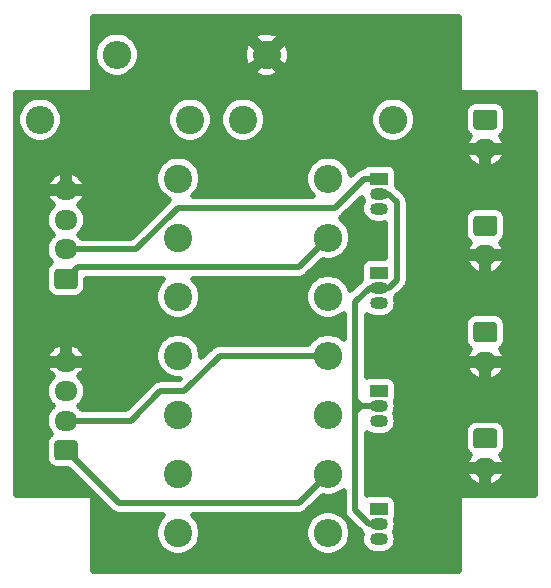
<source format=gbr>
%TF.GenerationSoftware,KiCad,Pcbnew,5.1.10-88a1d61d58~90~ubuntu20.04.1*%
%TF.CreationDate,2022-01-16T22:12:24+00:00*%
%TF.ProjectId,level_shifter,6c657665-6c5f-4736-9869-667465722e6b,rev?*%
%TF.SameCoordinates,Original*%
%TF.FileFunction,Copper,L2,Bot*%
%TF.FilePolarity,Positive*%
%FSLAX46Y46*%
G04 Gerber Fmt 4.6, Leading zero omitted, Abs format (unit mm)*
G04 Created by KiCad (PCBNEW 5.1.10-88a1d61d58~90~ubuntu20.04.1) date 2022-01-16 22:12:24*
%MOMM*%
%LPD*%
G01*
G04 APERTURE LIST*
%TA.AperFunction,ComponentPad*%
%ADD10O,2.400000X2.400000*%
%TD*%
%TA.AperFunction,ComponentPad*%
%ADD11C,2.400000*%
%TD*%
%TA.AperFunction,ComponentPad*%
%ADD12R,1.500000X1.050000*%
%TD*%
%TA.AperFunction,ComponentPad*%
%ADD13O,1.500000X1.050000*%
%TD*%
%TA.AperFunction,ComponentPad*%
%ADD14O,2.000000X1.700000*%
%TD*%
%TA.AperFunction,ComponentPad*%
%ADD15O,1.950000X1.700000*%
%TD*%
%TA.AperFunction,Conductor*%
%ADD16C,0.500000*%
%TD*%
%TA.AperFunction,Conductor*%
%ADD17C,0.100000*%
%TD*%
G04 APERTURE END LIST*
D10*
%TO.P,R10,2*%
%TO.N,d4_h*%
X136700000Y-105500000D03*
D11*
%TO.P,R10,1*%
%TO.N,+5V*%
X124000000Y-105500000D03*
%TD*%
D10*
%TO.P,R9,2*%
%TO.N,d3_h*%
X136700000Y-95500000D03*
D11*
%TO.P,R9,1*%
%TO.N,+5V*%
X124000000Y-95500000D03*
%TD*%
D10*
%TO.P,R8,2*%
%TO.N,d2_h*%
X136700000Y-85500000D03*
D11*
%TO.P,R8,1*%
%TO.N,+5V*%
X124000000Y-85500000D03*
%TD*%
D10*
%TO.P,R7,2*%
%TO.N,d1_h*%
X136700000Y-75500000D03*
D11*
%TO.P,R7,1*%
%TO.N,+5V*%
X124000000Y-75500000D03*
%TD*%
D10*
%TO.P,R6,2*%
%TO.N,d4_l*%
X136700000Y-100500000D03*
D11*
%TO.P,R6,1*%
%TO.N,+3V3*%
X124000000Y-100500000D03*
%TD*%
D10*
%TO.P,R5,2*%
%TO.N,d3_l*%
X136700000Y-90500000D03*
D11*
%TO.P,R5,1*%
%TO.N,+3V3*%
X124000000Y-90500000D03*
%TD*%
D10*
%TO.P,R4,2*%
%TO.N,d2_l*%
X136700000Y-80500000D03*
D11*
%TO.P,R4,1*%
%TO.N,+3V3*%
X124000000Y-80500000D03*
%TD*%
D10*
%TO.P,R3,2*%
%TO.N,d1_l*%
X142200000Y-70500000D03*
D11*
%TO.P,R3,1*%
%TO.N,+3V3*%
X129500000Y-70500000D03*
%TD*%
D10*
%TO.P,R2,2*%
%TO.N,+3V3*%
X118800000Y-65000000D03*
D11*
%TO.P,R2,1*%
%TO.N,GND*%
X131500000Y-65000000D03*
%TD*%
D10*
%TO.P,R1,2*%
%TO.N,+5V*%
X112300000Y-70500000D03*
D11*
%TO.P,R1,1*%
%TO.N,+3V3*%
X125000000Y-70500000D03*
%TD*%
D12*
%TO.P,Q4,1*%
%TO.N,d4_l*%
X141000000Y-103500000D03*
D13*
%TO.P,Q4,3*%
%TO.N,d4_h*%
X141000000Y-106040000D03*
%TO.P,Q4,2*%
%TO.N,+3V3*%
X141000000Y-104770000D03*
%TD*%
D12*
%TO.P,Q3,1*%
%TO.N,d3_l*%
X141000000Y-93500000D03*
D13*
%TO.P,Q3,3*%
%TO.N,d3_h*%
X141000000Y-96040000D03*
%TO.P,Q3,2*%
%TO.N,+3V3*%
X141000000Y-94770000D03*
%TD*%
D12*
%TO.P,Q2,1*%
%TO.N,d2_l*%
X141000000Y-83500000D03*
D13*
%TO.P,Q2,3*%
%TO.N,d2_h*%
X141000000Y-86040000D03*
%TO.P,Q2,2*%
%TO.N,+3V3*%
X141000000Y-84770000D03*
%TD*%
D12*
%TO.P,Q1,1*%
%TO.N,d1_l*%
X141000000Y-75500000D03*
D13*
%TO.P,Q1,3*%
%TO.N,d1_h*%
X141000000Y-78040000D03*
%TO.P,Q1,2*%
%TO.N,+3V3*%
X141000000Y-76770000D03*
%TD*%
D14*
%TO.P,J6,2*%
%TO.N,GND*%
X150000000Y-100000000D03*
%TO.P,J6,1*%
%TO.N,d4_h*%
%TA.AperFunction,ComponentPad*%
G36*
G01*
X149250000Y-96650000D02*
X150750000Y-96650000D01*
G75*
G02*
X151000000Y-96900000I0J-250000D01*
G01*
X151000000Y-98100000D01*
G75*
G02*
X150750000Y-98350000I-250000J0D01*
G01*
X149250000Y-98350000D01*
G75*
G02*
X149000000Y-98100000I0J250000D01*
G01*
X149000000Y-96900000D01*
G75*
G02*
X149250000Y-96650000I250000J0D01*
G01*
G37*
%TD.AperFunction*%
%TD*%
%TO.P,J5,2*%
%TO.N,GND*%
X150000000Y-91000000D03*
%TO.P,J5,1*%
%TO.N,d3_h*%
%TA.AperFunction,ComponentPad*%
G36*
G01*
X149250000Y-87650000D02*
X150750000Y-87650000D01*
G75*
G02*
X151000000Y-87900000I0J-250000D01*
G01*
X151000000Y-89100000D01*
G75*
G02*
X150750000Y-89350000I-250000J0D01*
G01*
X149250000Y-89350000D01*
G75*
G02*
X149000000Y-89100000I0J250000D01*
G01*
X149000000Y-87900000D01*
G75*
G02*
X149250000Y-87650000I250000J0D01*
G01*
G37*
%TD.AperFunction*%
%TD*%
%TO.P,J4,2*%
%TO.N,GND*%
X150000000Y-82000000D03*
%TO.P,J4,1*%
%TO.N,d2_h*%
%TA.AperFunction,ComponentPad*%
G36*
G01*
X149250000Y-78650000D02*
X150750000Y-78650000D01*
G75*
G02*
X151000000Y-78900000I0J-250000D01*
G01*
X151000000Y-80100000D01*
G75*
G02*
X150750000Y-80350000I-250000J0D01*
G01*
X149250000Y-80350000D01*
G75*
G02*
X149000000Y-80100000I0J250000D01*
G01*
X149000000Y-78900000D01*
G75*
G02*
X149250000Y-78650000I250000J0D01*
G01*
G37*
%TD.AperFunction*%
%TD*%
%TO.P,J3,2*%
%TO.N,GND*%
X150000000Y-73000000D03*
%TO.P,J3,1*%
%TO.N,d1_h*%
%TA.AperFunction,ComponentPad*%
G36*
G01*
X149250000Y-69650000D02*
X150750000Y-69650000D01*
G75*
G02*
X151000000Y-69900000I0J-250000D01*
G01*
X151000000Y-71100000D01*
G75*
G02*
X150750000Y-71350000I-250000J0D01*
G01*
X149250000Y-71350000D01*
G75*
G02*
X149000000Y-71100000I0J250000D01*
G01*
X149000000Y-69900000D01*
G75*
G02*
X149250000Y-69650000I250000J0D01*
G01*
G37*
%TD.AperFunction*%
%TD*%
D15*
%TO.P,J2,4*%
%TO.N,GND*%
X114500000Y-91000000D03*
%TO.P,J2,3*%
%TO.N,+5V*%
X114500000Y-93500000D03*
%TO.P,J2,2*%
%TO.N,d3_l*%
X114500000Y-96000000D03*
%TO.P,J2,1*%
%TO.N,d4_l*%
%TA.AperFunction,ComponentPad*%
G36*
G01*
X115225000Y-99350000D02*
X113775000Y-99350000D01*
G75*
G02*
X113525000Y-99100000I0J250000D01*
G01*
X113525000Y-97900000D01*
G75*
G02*
X113775000Y-97650000I250000J0D01*
G01*
X115225000Y-97650000D01*
G75*
G02*
X115475000Y-97900000I0J-250000D01*
G01*
X115475000Y-99100000D01*
G75*
G02*
X115225000Y-99350000I-250000J0D01*
G01*
G37*
%TD.AperFunction*%
%TD*%
%TO.P,J1,4*%
%TO.N,GND*%
X114500000Y-76500000D03*
%TO.P,J1,3*%
%TO.N,+5V*%
X114500000Y-79000000D03*
%TO.P,J1,2*%
%TO.N,d1_l*%
X114500000Y-81500000D03*
%TO.P,J1,1*%
%TO.N,d2_l*%
%TA.AperFunction,ComponentPad*%
G36*
G01*
X115225000Y-84850000D02*
X113775000Y-84850000D01*
G75*
G02*
X113525000Y-84600000I0J250000D01*
G01*
X113525000Y-83400000D01*
G75*
G02*
X113775000Y-83150000I250000J0D01*
G01*
X115225000Y-83150000D01*
G75*
G02*
X115475000Y-83400000I0J-250000D01*
G01*
X115475000Y-84600000D01*
G75*
G02*
X115225000Y-84850000I-250000J0D01*
G01*
G37*
%TD.AperFunction*%
%TD*%
D16*
%TO.N,d2_l*%
X134200000Y-83000000D02*
X136700000Y-80500000D01*
X115500000Y-83000000D02*
X134200000Y-83000000D01*
X114500000Y-84000000D02*
X115500000Y-83000000D01*
%TO.N,d1_l*%
X139750000Y-75500000D02*
X141000000Y-75500000D01*
X137250000Y-78000000D02*
X139750000Y-75500000D01*
X123942002Y-78000000D02*
X137250000Y-78000000D01*
X120442002Y-81500000D02*
X123942002Y-78000000D01*
X114500000Y-81500000D02*
X120442002Y-81500000D01*
%TO.N,d4_l*%
X134200000Y-103000000D02*
X136700000Y-100500000D01*
X119000000Y-103000000D02*
X134200000Y-103000000D01*
X114500000Y-98500000D02*
X119000000Y-103000000D01*
%TO.N,d3_l*%
X127500000Y-90500000D02*
X136700000Y-90500000D01*
X124500000Y-93500000D02*
X127500000Y-90500000D01*
X122500000Y-93500000D02*
X124500000Y-93500000D01*
X120000000Y-96000000D02*
X122500000Y-93500000D01*
X114500000Y-96000000D02*
X120000000Y-96000000D01*
%TO.N,+3V3*%
X141770000Y-76770000D02*
X141000000Y-76770000D01*
X142500000Y-77500000D02*
X141770000Y-76770000D01*
X142500000Y-84085002D02*
X142500000Y-77500000D01*
X141815002Y-84770000D02*
X142500000Y-84085002D01*
X141000000Y-84770000D02*
X141815002Y-84770000D01*
X141000000Y-94770000D02*
X139730000Y-94770000D01*
X140198064Y-84770000D02*
X141000000Y-84770000D01*
X139000000Y-85968064D02*
X140198064Y-84770000D01*
X140184998Y-104770000D02*
X139000000Y-103585002D01*
X141000000Y-104770000D02*
X140184998Y-104770000D01*
X139770000Y-94770000D02*
X139000000Y-94770000D01*
X141000000Y-94770000D02*
X139770000Y-94770000D01*
X139000000Y-94000000D02*
X139000000Y-85968064D01*
X139770000Y-94770000D02*
X139730000Y-94770000D01*
X139000000Y-95500000D02*
X139000000Y-94000000D01*
X139000000Y-103585002D02*
X139000000Y-95500000D01*
X139000000Y-94230000D02*
X139500000Y-94730000D01*
X139500000Y-94730000D02*
X139000000Y-95230000D01*
%TD*%
%TO.N,GND*%
X147750000Y-68000000D02*
X147754804Y-68048773D01*
X147769030Y-68095671D01*
X147792133Y-68138893D01*
X147823223Y-68176777D01*
X147861107Y-68207867D01*
X147904329Y-68230970D01*
X147951227Y-68245196D01*
X148000000Y-68250000D01*
X154225000Y-68250000D01*
X154225001Y-102250000D01*
X148000000Y-102250000D01*
X147951227Y-102254804D01*
X147904329Y-102269030D01*
X147861107Y-102292133D01*
X147823223Y-102323223D01*
X147792133Y-102361107D01*
X147769030Y-102404329D01*
X147754804Y-102451227D01*
X147750000Y-102500000D01*
X147750000Y-108725000D01*
X116750000Y-108725000D01*
X116750000Y-102500000D01*
X116745196Y-102451227D01*
X116730970Y-102404329D01*
X116707867Y-102361107D01*
X116676777Y-102323223D01*
X116638893Y-102292133D01*
X116595671Y-102269030D01*
X116548773Y-102254804D01*
X116500000Y-102250000D01*
X110275000Y-102250000D01*
X110275000Y-90505857D01*
X112853217Y-90505857D01*
X112984800Y-90750000D01*
X114250000Y-90750000D01*
X114250000Y-89597291D01*
X114750000Y-89597291D01*
X114750000Y-90750000D01*
X116015200Y-90750000D01*
X116146783Y-90505857D01*
X116121471Y-90447762D01*
X115984980Y-90166426D01*
X115796226Y-89917124D01*
X115562463Y-89709436D01*
X115292673Y-89551344D01*
X114997225Y-89448923D01*
X114750000Y-89597291D01*
X114250000Y-89597291D01*
X114002775Y-89448923D01*
X113707327Y-89551344D01*
X113437537Y-89709436D01*
X113203774Y-89917124D01*
X113015020Y-90166426D01*
X112878529Y-90447762D01*
X112853217Y-90505857D01*
X110275000Y-90505857D01*
X110275000Y-79000000D01*
X112767259Y-79000000D01*
X112798151Y-79313655D01*
X112889641Y-79615256D01*
X113038212Y-79893213D01*
X113238155Y-80136845D01*
X113376035Y-80250000D01*
X113238155Y-80363155D01*
X113038212Y-80606787D01*
X112889641Y-80884744D01*
X112798151Y-81186345D01*
X112767259Y-81500000D01*
X112798151Y-81813655D01*
X112889641Y-82115256D01*
X113038212Y-82393213D01*
X113194828Y-82584050D01*
X113065328Y-82690328D01*
X112940514Y-82842414D01*
X112847769Y-83015928D01*
X112790656Y-83204202D01*
X112771372Y-83400000D01*
X112771372Y-84600000D01*
X112790656Y-84795798D01*
X112847769Y-84984072D01*
X112940514Y-85157586D01*
X113065328Y-85309672D01*
X113217414Y-85434486D01*
X113390928Y-85527231D01*
X113579202Y-85584344D01*
X113775000Y-85603628D01*
X115225000Y-85603628D01*
X115420798Y-85584344D01*
X115609072Y-85527231D01*
X115782586Y-85434486D01*
X115934672Y-85309672D01*
X116059486Y-85157586D01*
X116152231Y-84984072D01*
X116209344Y-84795798D01*
X116228628Y-84600000D01*
X116228628Y-84000000D01*
X122742284Y-84000000D01*
X122485336Y-84256948D01*
X122271933Y-84576329D01*
X122124938Y-84931206D01*
X122050000Y-85307942D01*
X122050000Y-85692058D01*
X122124938Y-86068794D01*
X122271933Y-86423671D01*
X122485336Y-86743052D01*
X122756948Y-87014664D01*
X123076329Y-87228067D01*
X123431206Y-87375062D01*
X123807942Y-87450000D01*
X124192058Y-87450000D01*
X124568794Y-87375062D01*
X124923671Y-87228067D01*
X125243052Y-87014664D01*
X125514664Y-86743052D01*
X125728067Y-86423671D01*
X125875062Y-86068794D01*
X125950000Y-85692058D01*
X125950000Y-85307942D01*
X125875062Y-84931206D01*
X125728067Y-84576329D01*
X125514664Y-84256948D01*
X125257716Y-84000000D01*
X134150880Y-84000000D01*
X134200000Y-84004838D01*
X134249120Y-84000000D01*
X134396034Y-83985530D01*
X134584535Y-83928349D01*
X134758258Y-83835492D01*
X134910528Y-83710528D01*
X134941849Y-83672363D01*
X136221241Y-82392971D01*
X136507942Y-82450000D01*
X136892058Y-82450000D01*
X137268794Y-82375062D01*
X137623671Y-82228067D01*
X137943052Y-82014664D01*
X138214664Y-81743052D01*
X138428067Y-81423671D01*
X138575062Y-81068794D01*
X138650000Y-80692058D01*
X138650000Y-80307942D01*
X138575062Y-79931206D01*
X138428067Y-79576329D01*
X138214664Y-79256948D01*
X137943052Y-78985336D01*
X137758555Y-78862059D01*
X137808258Y-78835492D01*
X137960528Y-78710528D01*
X137991849Y-78672363D01*
X139547732Y-77116480D01*
X139591354Y-77260282D01*
X139668708Y-77405000D01*
X139591354Y-77549718D01*
X139518448Y-77790056D01*
X139493831Y-78040000D01*
X139518448Y-78289944D01*
X139591354Y-78530282D01*
X139709747Y-78751779D01*
X139869077Y-78945923D01*
X140063221Y-79105253D01*
X140284718Y-79223646D01*
X140525056Y-79296552D01*
X140712364Y-79315000D01*
X141287636Y-79315000D01*
X141474944Y-79296552D01*
X141500001Y-79288951D01*
X141500000Y-82221372D01*
X140250000Y-82221372D01*
X140102974Y-82235853D01*
X139961599Y-82278739D01*
X139831307Y-82348381D01*
X139717105Y-82442105D01*
X139623381Y-82556307D01*
X139553739Y-82686599D01*
X139510853Y-82827974D01*
X139496372Y-82975000D01*
X139496372Y-84025000D01*
X139498853Y-84050185D01*
X139487536Y-84059472D01*
X139456219Y-84097632D01*
X138582957Y-84970895D01*
X138575062Y-84931206D01*
X138428067Y-84576329D01*
X138214664Y-84256948D01*
X137943052Y-83985336D01*
X137623671Y-83771933D01*
X137268794Y-83624938D01*
X136892058Y-83550000D01*
X136507942Y-83550000D01*
X136131206Y-83624938D01*
X135776329Y-83771933D01*
X135456948Y-83985336D01*
X135185336Y-84256948D01*
X134971933Y-84576329D01*
X134824938Y-84931206D01*
X134750000Y-85307942D01*
X134750000Y-85692058D01*
X134824938Y-86068794D01*
X134971933Y-86423671D01*
X135185336Y-86743052D01*
X135456948Y-87014664D01*
X135776329Y-87228067D01*
X136131206Y-87375062D01*
X136507942Y-87450000D01*
X136892058Y-87450000D01*
X137268794Y-87375062D01*
X137623671Y-87228067D01*
X137943052Y-87014664D01*
X138000001Y-86957715D01*
X138000001Y-89042285D01*
X137943052Y-88985336D01*
X137623671Y-88771933D01*
X137268794Y-88624938D01*
X136892058Y-88550000D01*
X136507942Y-88550000D01*
X136131206Y-88624938D01*
X135776329Y-88771933D01*
X135456948Y-88985336D01*
X135185336Y-89256948D01*
X135022934Y-89500000D01*
X127549120Y-89500000D01*
X127500000Y-89495162D01*
X127450880Y-89500000D01*
X127303966Y-89514470D01*
X127115465Y-89571651D01*
X126941742Y-89664508D01*
X126789472Y-89789472D01*
X126758160Y-89827626D01*
X125950000Y-90635787D01*
X125950000Y-90307942D01*
X125875062Y-89931206D01*
X125728067Y-89576329D01*
X125514664Y-89256948D01*
X125243052Y-88985336D01*
X124923671Y-88771933D01*
X124568794Y-88624938D01*
X124192058Y-88550000D01*
X123807942Y-88550000D01*
X123431206Y-88624938D01*
X123076329Y-88771933D01*
X122756948Y-88985336D01*
X122485336Y-89256948D01*
X122271933Y-89576329D01*
X122124938Y-89931206D01*
X122050000Y-90307942D01*
X122050000Y-90692058D01*
X122124938Y-91068794D01*
X122271933Y-91423671D01*
X122485336Y-91743052D01*
X122756948Y-92014664D01*
X123076329Y-92228067D01*
X123431206Y-92375062D01*
X123807942Y-92450000D01*
X124135788Y-92450000D01*
X124085788Y-92500000D01*
X122549120Y-92500000D01*
X122500000Y-92495162D01*
X122450880Y-92500000D01*
X122303966Y-92514470D01*
X122115465Y-92571651D01*
X121941742Y-92664508D01*
X121789472Y-92789472D01*
X121758155Y-92827632D01*
X119585788Y-95000000D01*
X115874150Y-95000000D01*
X115761845Y-94863155D01*
X115623965Y-94750000D01*
X115761845Y-94636845D01*
X115961788Y-94393213D01*
X116110359Y-94115256D01*
X116201849Y-93813655D01*
X116232741Y-93500000D01*
X116201849Y-93186345D01*
X116110359Y-92884744D01*
X115961788Y-92606787D01*
X115761845Y-92363155D01*
X115615728Y-92243240D01*
X115796226Y-92082876D01*
X115984980Y-91833574D01*
X116121471Y-91552238D01*
X116146783Y-91494143D01*
X116015200Y-91250000D01*
X114750000Y-91250000D01*
X114750000Y-91270000D01*
X114250000Y-91270000D01*
X114250000Y-91250000D01*
X112984800Y-91250000D01*
X112853217Y-91494143D01*
X112878529Y-91552238D01*
X113015020Y-91833574D01*
X113203774Y-92082876D01*
X113384272Y-92243240D01*
X113238155Y-92363155D01*
X113038212Y-92606787D01*
X112889641Y-92884744D01*
X112798151Y-93186345D01*
X112767259Y-93500000D01*
X112798151Y-93813655D01*
X112889641Y-94115256D01*
X113038212Y-94393213D01*
X113238155Y-94636845D01*
X113376035Y-94750000D01*
X113238155Y-94863155D01*
X113038212Y-95106787D01*
X112889641Y-95384744D01*
X112798151Y-95686345D01*
X112767259Y-96000000D01*
X112798151Y-96313655D01*
X112889641Y-96615256D01*
X113038212Y-96893213D01*
X113194828Y-97084050D01*
X113065328Y-97190328D01*
X112940514Y-97342414D01*
X112847769Y-97515928D01*
X112790656Y-97704202D01*
X112771372Y-97900000D01*
X112771372Y-99100000D01*
X112790656Y-99295798D01*
X112847769Y-99484072D01*
X112940514Y-99657586D01*
X113065328Y-99809672D01*
X113217414Y-99934486D01*
X113390928Y-100027231D01*
X113579202Y-100084344D01*
X113775000Y-100103628D01*
X114689416Y-100103628D01*
X118258155Y-103672368D01*
X118289472Y-103710528D01*
X118441742Y-103835492D01*
X118595088Y-103917457D01*
X118615465Y-103928349D01*
X118803965Y-103985530D01*
X118999999Y-104004838D01*
X119049119Y-104000000D01*
X122742284Y-104000000D01*
X122485336Y-104256948D01*
X122271933Y-104576329D01*
X122124938Y-104931206D01*
X122050000Y-105307942D01*
X122050000Y-105692058D01*
X122124938Y-106068794D01*
X122271933Y-106423671D01*
X122485336Y-106743052D01*
X122756948Y-107014664D01*
X123076329Y-107228067D01*
X123431206Y-107375062D01*
X123807942Y-107450000D01*
X124192058Y-107450000D01*
X124568794Y-107375062D01*
X124923671Y-107228067D01*
X125243052Y-107014664D01*
X125514664Y-106743052D01*
X125728067Y-106423671D01*
X125875062Y-106068794D01*
X125950000Y-105692058D01*
X125950000Y-105307942D01*
X134750000Y-105307942D01*
X134750000Y-105692058D01*
X134824938Y-106068794D01*
X134971933Y-106423671D01*
X135185336Y-106743052D01*
X135456948Y-107014664D01*
X135776329Y-107228067D01*
X136131206Y-107375062D01*
X136507942Y-107450000D01*
X136892058Y-107450000D01*
X137268794Y-107375062D01*
X137623671Y-107228067D01*
X137943052Y-107014664D01*
X138214664Y-106743052D01*
X138428067Y-106423671D01*
X138575062Y-106068794D01*
X138650000Y-105692058D01*
X138650000Y-105307942D01*
X138575062Y-104931206D01*
X138428067Y-104576329D01*
X138214664Y-104256948D01*
X137943052Y-103985336D01*
X137623671Y-103771933D01*
X137268794Y-103624938D01*
X136892058Y-103550000D01*
X136507942Y-103550000D01*
X136131206Y-103624938D01*
X135776329Y-103771933D01*
X135456948Y-103985336D01*
X135185336Y-104256948D01*
X134971933Y-104576329D01*
X134824938Y-104931206D01*
X134750000Y-105307942D01*
X125950000Y-105307942D01*
X125875062Y-104931206D01*
X125728067Y-104576329D01*
X125514664Y-104256948D01*
X125257716Y-104000000D01*
X134150880Y-104000000D01*
X134200000Y-104004838D01*
X134249120Y-104000000D01*
X134396034Y-103985530D01*
X134584535Y-103928349D01*
X134758258Y-103835492D01*
X134910528Y-103710528D01*
X134941849Y-103672363D01*
X136221241Y-102392971D01*
X136507942Y-102450000D01*
X136892058Y-102450000D01*
X137268794Y-102375062D01*
X137623671Y-102228067D01*
X137943052Y-102014664D01*
X138000000Y-101957716D01*
X138000000Y-103535882D01*
X137995162Y-103585002D01*
X138014470Y-103781036D01*
X138039660Y-103864077D01*
X138071651Y-103969536D01*
X138164508Y-104143260D01*
X138289472Y-104295530D01*
X138327637Y-104326851D01*
X139443153Y-105442368D01*
X139474470Y-105480528D01*
X139584861Y-105571123D01*
X139518448Y-105790056D01*
X139493831Y-106040000D01*
X139518448Y-106289944D01*
X139591354Y-106530282D01*
X139709747Y-106751779D01*
X139869077Y-106945923D01*
X140063221Y-107105253D01*
X140284718Y-107223646D01*
X140525056Y-107296552D01*
X140712364Y-107315000D01*
X141287636Y-107315000D01*
X141474944Y-107296552D01*
X141715282Y-107223646D01*
X141936779Y-107105253D01*
X142130923Y-106945923D01*
X142290253Y-106751779D01*
X142408646Y-106530282D01*
X142481552Y-106289944D01*
X142506169Y-106040000D01*
X142481552Y-105790056D01*
X142408646Y-105549718D01*
X142331292Y-105405000D01*
X142408646Y-105260282D01*
X142481552Y-105019944D01*
X142506169Y-104770000D01*
X142481552Y-104520056D01*
X142428783Y-104346100D01*
X142446261Y-104313401D01*
X142489147Y-104172026D01*
X142503628Y-104025000D01*
X142503628Y-102975000D01*
X142489147Y-102827974D01*
X142446261Y-102686599D01*
X142376619Y-102556307D01*
X142282895Y-102442105D01*
X142168693Y-102348381D01*
X142038401Y-102278739D01*
X141897026Y-102235853D01*
X141750000Y-102221372D01*
X140250000Y-102221372D01*
X140102974Y-102235853D01*
X140000000Y-102267090D01*
X140000000Y-100494143D01*
X148328217Y-100494143D01*
X148362214Y-100575764D01*
X148503127Y-100854954D01*
X148695800Y-101101288D01*
X148932828Y-101305300D01*
X149205103Y-101459150D01*
X149502161Y-101556926D01*
X149750000Y-101404672D01*
X149750000Y-100250000D01*
X150250000Y-100250000D01*
X150250000Y-101404672D01*
X150497839Y-101556926D01*
X150794897Y-101459150D01*
X151067172Y-101305300D01*
X151304200Y-101101288D01*
X151496873Y-100854954D01*
X151637786Y-100575764D01*
X151671783Y-100494143D01*
X151540200Y-100250000D01*
X150250000Y-100250000D01*
X149750000Y-100250000D01*
X148459800Y-100250000D01*
X148328217Y-100494143D01*
X140000000Y-100494143D01*
X140000000Y-97053369D01*
X140063221Y-97105253D01*
X140284718Y-97223646D01*
X140525056Y-97296552D01*
X140712364Y-97315000D01*
X141287636Y-97315000D01*
X141474944Y-97296552D01*
X141715282Y-97223646D01*
X141936779Y-97105253D01*
X142130923Y-96945923D01*
X142168611Y-96900000D01*
X148246372Y-96900000D01*
X148246372Y-98100000D01*
X148265656Y-98295798D01*
X148322769Y-98484072D01*
X148415514Y-98657586D01*
X148540328Y-98809672D01*
X148677434Y-98922193D01*
X148503127Y-99145046D01*
X148362214Y-99424236D01*
X148328217Y-99505857D01*
X148459800Y-99750000D01*
X149750000Y-99750000D01*
X149750000Y-99730000D01*
X150250000Y-99730000D01*
X150250000Y-99750000D01*
X151540200Y-99750000D01*
X151671783Y-99505857D01*
X151637786Y-99424236D01*
X151496873Y-99145046D01*
X151322566Y-98922193D01*
X151459672Y-98809672D01*
X151584486Y-98657586D01*
X151677231Y-98484072D01*
X151734344Y-98295798D01*
X151753628Y-98100000D01*
X151753628Y-96900000D01*
X151734344Y-96704202D01*
X151677231Y-96515928D01*
X151584486Y-96342414D01*
X151459672Y-96190328D01*
X151307586Y-96065514D01*
X151134072Y-95972769D01*
X150945798Y-95915656D01*
X150750000Y-95896372D01*
X149250000Y-95896372D01*
X149054202Y-95915656D01*
X148865928Y-95972769D01*
X148692414Y-96065514D01*
X148540328Y-96190328D01*
X148415514Y-96342414D01*
X148322769Y-96515928D01*
X148265656Y-96704202D01*
X148246372Y-96900000D01*
X142168611Y-96900000D01*
X142290253Y-96751779D01*
X142408646Y-96530282D01*
X142481552Y-96289944D01*
X142506169Y-96040000D01*
X142481552Y-95790056D01*
X142408646Y-95549718D01*
X142331292Y-95405000D01*
X142408646Y-95260282D01*
X142481552Y-95019944D01*
X142506169Y-94770000D01*
X142481552Y-94520056D01*
X142428783Y-94346100D01*
X142446261Y-94313401D01*
X142489147Y-94172026D01*
X142503628Y-94025000D01*
X142503628Y-92975000D01*
X142489147Y-92827974D01*
X142446261Y-92686599D01*
X142376619Y-92556307D01*
X142282895Y-92442105D01*
X142168693Y-92348381D01*
X142038401Y-92278739D01*
X141897026Y-92235853D01*
X141750000Y-92221372D01*
X140250000Y-92221372D01*
X140102974Y-92235853D01*
X140000000Y-92267090D01*
X140000000Y-91494143D01*
X148328217Y-91494143D01*
X148362214Y-91575764D01*
X148503127Y-91854954D01*
X148695800Y-92101288D01*
X148932828Y-92305300D01*
X149205103Y-92459150D01*
X149502161Y-92556926D01*
X149750000Y-92404672D01*
X149750000Y-91250000D01*
X150250000Y-91250000D01*
X150250000Y-92404672D01*
X150497839Y-92556926D01*
X150794897Y-92459150D01*
X151067172Y-92305300D01*
X151304200Y-92101288D01*
X151496873Y-91854954D01*
X151637786Y-91575764D01*
X151671783Y-91494143D01*
X151540200Y-91250000D01*
X150250000Y-91250000D01*
X149750000Y-91250000D01*
X148459800Y-91250000D01*
X148328217Y-91494143D01*
X140000000Y-91494143D01*
X140000000Y-87900000D01*
X148246372Y-87900000D01*
X148246372Y-89100000D01*
X148265656Y-89295798D01*
X148322769Y-89484072D01*
X148415514Y-89657586D01*
X148540328Y-89809672D01*
X148677434Y-89922193D01*
X148503127Y-90145046D01*
X148362214Y-90424236D01*
X148328217Y-90505857D01*
X148459800Y-90750000D01*
X149750000Y-90750000D01*
X149750000Y-90730000D01*
X150250000Y-90730000D01*
X150250000Y-90750000D01*
X151540200Y-90750000D01*
X151671783Y-90505857D01*
X151637786Y-90424236D01*
X151496873Y-90145046D01*
X151322566Y-89922193D01*
X151459672Y-89809672D01*
X151584486Y-89657586D01*
X151677231Y-89484072D01*
X151734344Y-89295798D01*
X151753628Y-89100000D01*
X151753628Y-87900000D01*
X151734344Y-87704202D01*
X151677231Y-87515928D01*
X151584486Y-87342414D01*
X151459672Y-87190328D01*
X151307586Y-87065514D01*
X151134072Y-86972769D01*
X150945798Y-86915656D01*
X150750000Y-86896372D01*
X149250000Y-86896372D01*
X149054202Y-86915656D01*
X148865928Y-86972769D01*
X148692414Y-87065514D01*
X148540328Y-87190328D01*
X148415514Y-87342414D01*
X148322769Y-87515928D01*
X148265656Y-87704202D01*
X148246372Y-87900000D01*
X140000000Y-87900000D01*
X140000000Y-87053369D01*
X140063221Y-87105253D01*
X140284718Y-87223646D01*
X140525056Y-87296552D01*
X140712364Y-87315000D01*
X141287636Y-87315000D01*
X141474944Y-87296552D01*
X141715282Y-87223646D01*
X141936779Y-87105253D01*
X142130923Y-86945923D01*
X142290253Y-86751779D01*
X142408646Y-86530282D01*
X142481552Y-86289944D01*
X142506169Y-86040000D01*
X142481552Y-85790056D01*
X142415139Y-85571123D01*
X142525530Y-85480528D01*
X142556850Y-85442364D01*
X143172373Y-84826843D01*
X143210528Y-84795530D01*
X143335492Y-84643260D01*
X143428349Y-84469537D01*
X143485530Y-84281036D01*
X143500000Y-84134122D01*
X143500000Y-84134121D01*
X143504838Y-84085003D01*
X143500000Y-84035885D01*
X143500000Y-82494143D01*
X148328217Y-82494143D01*
X148362214Y-82575764D01*
X148503127Y-82854954D01*
X148695800Y-83101288D01*
X148932828Y-83305300D01*
X149205103Y-83459150D01*
X149502161Y-83556926D01*
X149750000Y-83404672D01*
X149750000Y-82250000D01*
X150250000Y-82250000D01*
X150250000Y-83404672D01*
X150497839Y-83556926D01*
X150794897Y-83459150D01*
X151067172Y-83305300D01*
X151304200Y-83101288D01*
X151496873Y-82854954D01*
X151637786Y-82575764D01*
X151671783Y-82494143D01*
X151540200Y-82250000D01*
X150250000Y-82250000D01*
X149750000Y-82250000D01*
X148459800Y-82250000D01*
X148328217Y-82494143D01*
X143500000Y-82494143D01*
X143500000Y-78900000D01*
X148246372Y-78900000D01*
X148246372Y-80100000D01*
X148265656Y-80295798D01*
X148322769Y-80484072D01*
X148415514Y-80657586D01*
X148540328Y-80809672D01*
X148677434Y-80922193D01*
X148503127Y-81145046D01*
X148362214Y-81424236D01*
X148328217Y-81505857D01*
X148459800Y-81750000D01*
X149750000Y-81750000D01*
X149750000Y-81730000D01*
X150250000Y-81730000D01*
X150250000Y-81750000D01*
X151540200Y-81750000D01*
X151671783Y-81505857D01*
X151637786Y-81424236D01*
X151496873Y-81145046D01*
X151322566Y-80922193D01*
X151459672Y-80809672D01*
X151584486Y-80657586D01*
X151677231Y-80484072D01*
X151734344Y-80295798D01*
X151753628Y-80100000D01*
X151753628Y-78900000D01*
X151734344Y-78704202D01*
X151677231Y-78515928D01*
X151584486Y-78342414D01*
X151459672Y-78190328D01*
X151307586Y-78065514D01*
X151134072Y-77972769D01*
X150945798Y-77915656D01*
X150750000Y-77896372D01*
X149250000Y-77896372D01*
X149054202Y-77915656D01*
X148865928Y-77972769D01*
X148692414Y-78065514D01*
X148540328Y-78190328D01*
X148415514Y-78342414D01*
X148322769Y-78515928D01*
X148265656Y-78704202D01*
X148246372Y-78900000D01*
X143500000Y-78900000D01*
X143500000Y-77549120D01*
X143504838Y-77500000D01*
X143485530Y-77303966D01*
X143428349Y-77115465D01*
X143394553Y-77052238D01*
X143335492Y-76941742D01*
X143210528Y-76789472D01*
X143172368Y-76758155D01*
X142511849Y-76097637D01*
X142498121Y-76080910D01*
X142503628Y-76025000D01*
X142503628Y-74975000D01*
X142489147Y-74827974D01*
X142446261Y-74686599D01*
X142376619Y-74556307D01*
X142282895Y-74442105D01*
X142168693Y-74348381D01*
X142038401Y-74278739D01*
X141897026Y-74235853D01*
X141750000Y-74221372D01*
X140250000Y-74221372D01*
X140102974Y-74235853D01*
X139961599Y-74278739D01*
X139831307Y-74348381D01*
X139717105Y-74442105D01*
X139666840Y-74503353D01*
X139553966Y-74514470D01*
X139365465Y-74571651D01*
X139191742Y-74664508D01*
X139039472Y-74789472D01*
X139008155Y-74827632D01*
X138629733Y-75206054D01*
X138575062Y-74931206D01*
X138428067Y-74576329D01*
X138214664Y-74256948D01*
X137943052Y-73985336D01*
X137623671Y-73771933D01*
X137268794Y-73624938D01*
X136892058Y-73550000D01*
X136507942Y-73550000D01*
X136131206Y-73624938D01*
X135776329Y-73771933D01*
X135456948Y-73985336D01*
X135185336Y-74256948D01*
X134971933Y-74576329D01*
X134824938Y-74931206D01*
X134750000Y-75307942D01*
X134750000Y-75692058D01*
X134824938Y-76068794D01*
X134971933Y-76423671D01*
X135185336Y-76743052D01*
X135442284Y-77000000D01*
X125257716Y-77000000D01*
X125514664Y-76743052D01*
X125728067Y-76423671D01*
X125875062Y-76068794D01*
X125950000Y-75692058D01*
X125950000Y-75307942D01*
X125875062Y-74931206D01*
X125728067Y-74576329D01*
X125514664Y-74256948D01*
X125243052Y-73985336D01*
X124923671Y-73771933D01*
X124568794Y-73624938D01*
X124192058Y-73550000D01*
X123807942Y-73550000D01*
X123431206Y-73624938D01*
X123076329Y-73771933D01*
X122756948Y-73985336D01*
X122485336Y-74256948D01*
X122271933Y-74576329D01*
X122124938Y-74931206D01*
X122050000Y-75307942D01*
X122050000Y-75692058D01*
X122124938Y-76068794D01*
X122271933Y-76423671D01*
X122485336Y-76743052D01*
X122756948Y-77014664D01*
X123076329Y-77228067D01*
X123229723Y-77291605D01*
X123200162Y-77327626D01*
X120027790Y-80500000D01*
X115874150Y-80500000D01*
X115761845Y-80363155D01*
X115623965Y-80250000D01*
X115761845Y-80136845D01*
X115961788Y-79893213D01*
X116110359Y-79615256D01*
X116201849Y-79313655D01*
X116232741Y-79000000D01*
X116201849Y-78686345D01*
X116110359Y-78384744D01*
X115961788Y-78106787D01*
X115761845Y-77863155D01*
X115615728Y-77743240D01*
X115796226Y-77582876D01*
X115984980Y-77333574D01*
X116121471Y-77052238D01*
X116146783Y-76994143D01*
X116015200Y-76750000D01*
X114750000Y-76750000D01*
X114750000Y-76770000D01*
X114250000Y-76770000D01*
X114250000Y-76750000D01*
X112984800Y-76750000D01*
X112853217Y-76994143D01*
X112878529Y-77052238D01*
X113015020Y-77333574D01*
X113203774Y-77582876D01*
X113384272Y-77743240D01*
X113238155Y-77863155D01*
X113038212Y-78106787D01*
X112889641Y-78384744D01*
X112798151Y-78686345D01*
X112767259Y-79000000D01*
X110275000Y-79000000D01*
X110275000Y-76005857D01*
X112853217Y-76005857D01*
X112984800Y-76250000D01*
X114250000Y-76250000D01*
X114250000Y-75097291D01*
X114750000Y-75097291D01*
X114750000Y-76250000D01*
X116015200Y-76250000D01*
X116146783Y-76005857D01*
X116121471Y-75947762D01*
X115984980Y-75666426D01*
X115796226Y-75417124D01*
X115562463Y-75209436D01*
X115292673Y-75051344D01*
X114997225Y-74948923D01*
X114750000Y-75097291D01*
X114250000Y-75097291D01*
X114002775Y-74948923D01*
X113707327Y-75051344D01*
X113437537Y-75209436D01*
X113203774Y-75417124D01*
X113015020Y-75666426D01*
X112878529Y-75947762D01*
X112853217Y-76005857D01*
X110275000Y-76005857D01*
X110275000Y-73494143D01*
X148328217Y-73494143D01*
X148362214Y-73575764D01*
X148503127Y-73854954D01*
X148695800Y-74101288D01*
X148932828Y-74305300D01*
X149205103Y-74459150D01*
X149502161Y-74556926D01*
X149750000Y-74404672D01*
X149750000Y-73250000D01*
X150250000Y-73250000D01*
X150250000Y-74404672D01*
X150497839Y-74556926D01*
X150794897Y-74459150D01*
X151067172Y-74305300D01*
X151304200Y-74101288D01*
X151496873Y-73854954D01*
X151637786Y-73575764D01*
X151671783Y-73494143D01*
X151540200Y-73250000D01*
X150250000Y-73250000D01*
X149750000Y-73250000D01*
X148459800Y-73250000D01*
X148328217Y-73494143D01*
X110275000Y-73494143D01*
X110275000Y-70307942D01*
X110350000Y-70307942D01*
X110350000Y-70692058D01*
X110424938Y-71068794D01*
X110571933Y-71423671D01*
X110785336Y-71743052D01*
X111056948Y-72014664D01*
X111376329Y-72228067D01*
X111731206Y-72375062D01*
X112107942Y-72450000D01*
X112492058Y-72450000D01*
X112868794Y-72375062D01*
X113223671Y-72228067D01*
X113543052Y-72014664D01*
X113814664Y-71743052D01*
X114028067Y-71423671D01*
X114175062Y-71068794D01*
X114250000Y-70692058D01*
X114250000Y-70307942D01*
X123050000Y-70307942D01*
X123050000Y-70692058D01*
X123124938Y-71068794D01*
X123271933Y-71423671D01*
X123485336Y-71743052D01*
X123756948Y-72014664D01*
X124076329Y-72228067D01*
X124431206Y-72375062D01*
X124807942Y-72450000D01*
X125192058Y-72450000D01*
X125568794Y-72375062D01*
X125923671Y-72228067D01*
X126243052Y-72014664D01*
X126514664Y-71743052D01*
X126728067Y-71423671D01*
X126875062Y-71068794D01*
X126950000Y-70692058D01*
X126950000Y-70307942D01*
X127550000Y-70307942D01*
X127550000Y-70692058D01*
X127624938Y-71068794D01*
X127771933Y-71423671D01*
X127985336Y-71743052D01*
X128256948Y-72014664D01*
X128576329Y-72228067D01*
X128931206Y-72375062D01*
X129307942Y-72450000D01*
X129692058Y-72450000D01*
X130068794Y-72375062D01*
X130423671Y-72228067D01*
X130743052Y-72014664D01*
X131014664Y-71743052D01*
X131228067Y-71423671D01*
X131375062Y-71068794D01*
X131450000Y-70692058D01*
X131450000Y-70307942D01*
X140250000Y-70307942D01*
X140250000Y-70692058D01*
X140324938Y-71068794D01*
X140471933Y-71423671D01*
X140685336Y-71743052D01*
X140956948Y-72014664D01*
X141276329Y-72228067D01*
X141631206Y-72375062D01*
X142007942Y-72450000D01*
X142392058Y-72450000D01*
X142768794Y-72375062D01*
X143123671Y-72228067D01*
X143443052Y-72014664D01*
X143714664Y-71743052D01*
X143928067Y-71423671D01*
X144075062Y-71068794D01*
X144150000Y-70692058D01*
X144150000Y-70307942D01*
X144075062Y-69931206D01*
X144062137Y-69900000D01*
X148246372Y-69900000D01*
X148246372Y-71100000D01*
X148265656Y-71295798D01*
X148322769Y-71484072D01*
X148415514Y-71657586D01*
X148540328Y-71809672D01*
X148677434Y-71922193D01*
X148503127Y-72145046D01*
X148362214Y-72424236D01*
X148328217Y-72505857D01*
X148459800Y-72750000D01*
X149750000Y-72750000D01*
X149750000Y-72730000D01*
X150250000Y-72730000D01*
X150250000Y-72750000D01*
X151540200Y-72750000D01*
X151671783Y-72505857D01*
X151637786Y-72424236D01*
X151496873Y-72145046D01*
X151322566Y-71922193D01*
X151459672Y-71809672D01*
X151584486Y-71657586D01*
X151677231Y-71484072D01*
X151734344Y-71295798D01*
X151753628Y-71100000D01*
X151753628Y-69900000D01*
X151734344Y-69704202D01*
X151677231Y-69515928D01*
X151584486Y-69342414D01*
X151459672Y-69190328D01*
X151307586Y-69065514D01*
X151134072Y-68972769D01*
X150945798Y-68915656D01*
X150750000Y-68896372D01*
X149250000Y-68896372D01*
X149054202Y-68915656D01*
X148865928Y-68972769D01*
X148692414Y-69065514D01*
X148540328Y-69190328D01*
X148415514Y-69342414D01*
X148322769Y-69515928D01*
X148265656Y-69704202D01*
X148246372Y-69900000D01*
X144062137Y-69900000D01*
X143928067Y-69576329D01*
X143714664Y-69256948D01*
X143443052Y-68985336D01*
X143123671Y-68771933D01*
X142768794Y-68624938D01*
X142392058Y-68550000D01*
X142007942Y-68550000D01*
X141631206Y-68624938D01*
X141276329Y-68771933D01*
X140956948Y-68985336D01*
X140685336Y-69256948D01*
X140471933Y-69576329D01*
X140324938Y-69931206D01*
X140250000Y-70307942D01*
X131450000Y-70307942D01*
X131375062Y-69931206D01*
X131228067Y-69576329D01*
X131014664Y-69256948D01*
X130743052Y-68985336D01*
X130423671Y-68771933D01*
X130068794Y-68624938D01*
X129692058Y-68550000D01*
X129307942Y-68550000D01*
X128931206Y-68624938D01*
X128576329Y-68771933D01*
X128256948Y-68985336D01*
X127985336Y-69256948D01*
X127771933Y-69576329D01*
X127624938Y-69931206D01*
X127550000Y-70307942D01*
X126950000Y-70307942D01*
X126875062Y-69931206D01*
X126728067Y-69576329D01*
X126514664Y-69256948D01*
X126243052Y-68985336D01*
X125923671Y-68771933D01*
X125568794Y-68624938D01*
X125192058Y-68550000D01*
X124807942Y-68550000D01*
X124431206Y-68624938D01*
X124076329Y-68771933D01*
X123756948Y-68985336D01*
X123485336Y-69256948D01*
X123271933Y-69576329D01*
X123124938Y-69931206D01*
X123050000Y-70307942D01*
X114250000Y-70307942D01*
X114175062Y-69931206D01*
X114028067Y-69576329D01*
X113814664Y-69256948D01*
X113543052Y-68985336D01*
X113223671Y-68771933D01*
X112868794Y-68624938D01*
X112492058Y-68550000D01*
X112107942Y-68550000D01*
X111731206Y-68624938D01*
X111376329Y-68771933D01*
X111056948Y-68985336D01*
X110785336Y-69256948D01*
X110571933Y-69576329D01*
X110424938Y-69931206D01*
X110350000Y-70307942D01*
X110275000Y-70307942D01*
X110275000Y-68250000D01*
X116500000Y-68250000D01*
X116548773Y-68245196D01*
X116595671Y-68230970D01*
X116638893Y-68207867D01*
X116676777Y-68176777D01*
X116707867Y-68138893D01*
X116730970Y-68095671D01*
X116745196Y-68048773D01*
X116750000Y-68000000D01*
X116750000Y-64807942D01*
X116850000Y-64807942D01*
X116850000Y-65192058D01*
X116924938Y-65568794D01*
X117071933Y-65923671D01*
X117285336Y-66243052D01*
X117556948Y-66514664D01*
X117876329Y-66728067D01*
X118231206Y-66875062D01*
X118607942Y-66950000D01*
X118992058Y-66950000D01*
X119368794Y-66875062D01*
X119723671Y-66728067D01*
X120043052Y-66514664D01*
X120140526Y-66417190D01*
X130436363Y-66417190D01*
X130559940Y-66719207D01*
X130913403Y-66869570D01*
X131289409Y-66948086D01*
X131673509Y-66951738D01*
X132050941Y-66880386D01*
X132407200Y-66736772D01*
X132440060Y-66719207D01*
X132563637Y-66417190D01*
X131500000Y-65353553D01*
X130436363Y-66417190D01*
X120140526Y-66417190D01*
X120314664Y-66243052D01*
X120528067Y-65923671D01*
X120675062Y-65568794D01*
X120750000Y-65192058D01*
X120750000Y-65173509D01*
X129548262Y-65173509D01*
X129619614Y-65550941D01*
X129763228Y-65907200D01*
X129780793Y-65940060D01*
X130082810Y-66063637D01*
X131146447Y-65000000D01*
X131853553Y-65000000D01*
X132917190Y-66063637D01*
X133219207Y-65940060D01*
X133369570Y-65586597D01*
X133448086Y-65210591D01*
X133451738Y-64826491D01*
X133380386Y-64449059D01*
X133236772Y-64092800D01*
X133219207Y-64059940D01*
X132917190Y-63936363D01*
X131853553Y-65000000D01*
X131146447Y-65000000D01*
X130082810Y-63936363D01*
X129780793Y-64059940D01*
X129630430Y-64413403D01*
X129551914Y-64789409D01*
X129548262Y-65173509D01*
X120750000Y-65173509D01*
X120750000Y-64807942D01*
X120675062Y-64431206D01*
X120528067Y-64076329D01*
X120314664Y-63756948D01*
X120140526Y-63582810D01*
X130436363Y-63582810D01*
X131500000Y-64646447D01*
X132563637Y-63582810D01*
X132440060Y-63280793D01*
X132086597Y-63130430D01*
X131710591Y-63051914D01*
X131326491Y-63048262D01*
X130949059Y-63119614D01*
X130592800Y-63263228D01*
X130559940Y-63280793D01*
X130436363Y-63582810D01*
X120140526Y-63582810D01*
X120043052Y-63485336D01*
X119723671Y-63271933D01*
X119368794Y-63124938D01*
X118992058Y-63050000D01*
X118607942Y-63050000D01*
X118231206Y-63124938D01*
X117876329Y-63271933D01*
X117556948Y-63485336D01*
X117285336Y-63756948D01*
X117071933Y-64076329D01*
X116924938Y-64431206D01*
X116850000Y-64807942D01*
X116750000Y-64807942D01*
X116750000Y-61775000D01*
X147750000Y-61775000D01*
X147750000Y-68000000D01*
%TA.AperFunction,Conductor*%
D17*
G36*
X147750000Y-68000000D02*
G01*
X147754804Y-68048773D01*
X147769030Y-68095671D01*
X147792133Y-68138893D01*
X147823223Y-68176777D01*
X147861107Y-68207867D01*
X147904329Y-68230970D01*
X147951227Y-68245196D01*
X148000000Y-68250000D01*
X154225000Y-68250000D01*
X154225001Y-102250000D01*
X148000000Y-102250000D01*
X147951227Y-102254804D01*
X147904329Y-102269030D01*
X147861107Y-102292133D01*
X147823223Y-102323223D01*
X147792133Y-102361107D01*
X147769030Y-102404329D01*
X147754804Y-102451227D01*
X147750000Y-102500000D01*
X147750000Y-108725000D01*
X116750000Y-108725000D01*
X116750000Y-102500000D01*
X116745196Y-102451227D01*
X116730970Y-102404329D01*
X116707867Y-102361107D01*
X116676777Y-102323223D01*
X116638893Y-102292133D01*
X116595671Y-102269030D01*
X116548773Y-102254804D01*
X116500000Y-102250000D01*
X110275000Y-102250000D01*
X110275000Y-90505857D01*
X112853217Y-90505857D01*
X112984800Y-90750000D01*
X114250000Y-90750000D01*
X114250000Y-89597291D01*
X114750000Y-89597291D01*
X114750000Y-90750000D01*
X116015200Y-90750000D01*
X116146783Y-90505857D01*
X116121471Y-90447762D01*
X115984980Y-90166426D01*
X115796226Y-89917124D01*
X115562463Y-89709436D01*
X115292673Y-89551344D01*
X114997225Y-89448923D01*
X114750000Y-89597291D01*
X114250000Y-89597291D01*
X114002775Y-89448923D01*
X113707327Y-89551344D01*
X113437537Y-89709436D01*
X113203774Y-89917124D01*
X113015020Y-90166426D01*
X112878529Y-90447762D01*
X112853217Y-90505857D01*
X110275000Y-90505857D01*
X110275000Y-79000000D01*
X112767259Y-79000000D01*
X112798151Y-79313655D01*
X112889641Y-79615256D01*
X113038212Y-79893213D01*
X113238155Y-80136845D01*
X113376035Y-80250000D01*
X113238155Y-80363155D01*
X113038212Y-80606787D01*
X112889641Y-80884744D01*
X112798151Y-81186345D01*
X112767259Y-81500000D01*
X112798151Y-81813655D01*
X112889641Y-82115256D01*
X113038212Y-82393213D01*
X113194828Y-82584050D01*
X113065328Y-82690328D01*
X112940514Y-82842414D01*
X112847769Y-83015928D01*
X112790656Y-83204202D01*
X112771372Y-83400000D01*
X112771372Y-84600000D01*
X112790656Y-84795798D01*
X112847769Y-84984072D01*
X112940514Y-85157586D01*
X113065328Y-85309672D01*
X113217414Y-85434486D01*
X113390928Y-85527231D01*
X113579202Y-85584344D01*
X113775000Y-85603628D01*
X115225000Y-85603628D01*
X115420798Y-85584344D01*
X115609072Y-85527231D01*
X115782586Y-85434486D01*
X115934672Y-85309672D01*
X116059486Y-85157586D01*
X116152231Y-84984072D01*
X116209344Y-84795798D01*
X116228628Y-84600000D01*
X116228628Y-84000000D01*
X122742284Y-84000000D01*
X122485336Y-84256948D01*
X122271933Y-84576329D01*
X122124938Y-84931206D01*
X122050000Y-85307942D01*
X122050000Y-85692058D01*
X122124938Y-86068794D01*
X122271933Y-86423671D01*
X122485336Y-86743052D01*
X122756948Y-87014664D01*
X123076329Y-87228067D01*
X123431206Y-87375062D01*
X123807942Y-87450000D01*
X124192058Y-87450000D01*
X124568794Y-87375062D01*
X124923671Y-87228067D01*
X125243052Y-87014664D01*
X125514664Y-86743052D01*
X125728067Y-86423671D01*
X125875062Y-86068794D01*
X125950000Y-85692058D01*
X125950000Y-85307942D01*
X125875062Y-84931206D01*
X125728067Y-84576329D01*
X125514664Y-84256948D01*
X125257716Y-84000000D01*
X134150880Y-84000000D01*
X134200000Y-84004838D01*
X134249120Y-84000000D01*
X134396034Y-83985530D01*
X134584535Y-83928349D01*
X134758258Y-83835492D01*
X134910528Y-83710528D01*
X134941849Y-83672363D01*
X136221241Y-82392971D01*
X136507942Y-82450000D01*
X136892058Y-82450000D01*
X137268794Y-82375062D01*
X137623671Y-82228067D01*
X137943052Y-82014664D01*
X138214664Y-81743052D01*
X138428067Y-81423671D01*
X138575062Y-81068794D01*
X138650000Y-80692058D01*
X138650000Y-80307942D01*
X138575062Y-79931206D01*
X138428067Y-79576329D01*
X138214664Y-79256948D01*
X137943052Y-78985336D01*
X137758555Y-78862059D01*
X137808258Y-78835492D01*
X137960528Y-78710528D01*
X137991849Y-78672363D01*
X139547732Y-77116480D01*
X139591354Y-77260282D01*
X139668708Y-77405000D01*
X139591354Y-77549718D01*
X139518448Y-77790056D01*
X139493831Y-78040000D01*
X139518448Y-78289944D01*
X139591354Y-78530282D01*
X139709747Y-78751779D01*
X139869077Y-78945923D01*
X140063221Y-79105253D01*
X140284718Y-79223646D01*
X140525056Y-79296552D01*
X140712364Y-79315000D01*
X141287636Y-79315000D01*
X141474944Y-79296552D01*
X141500001Y-79288951D01*
X141500000Y-82221372D01*
X140250000Y-82221372D01*
X140102974Y-82235853D01*
X139961599Y-82278739D01*
X139831307Y-82348381D01*
X139717105Y-82442105D01*
X139623381Y-82556307D01*
X139553739Y-82686599D01*
X139510853Y-82827974D01*
X139496372Y-82975000D01*
X139496372Y-84025000D01*
X139498853Y-84050185D01*
X139487536Y-84059472D01*
X139456219Y-84097632D01*
X138582957Y-84970895D01*
X138575062Y-84931206D01*
X138428067Y-84576329D01*
X138214664Y-84256948D01*
X137943052Y-83985336D01*
X137623671Y-83771933D01*
X137268794Y-83624938D01*
X136892058Y-83550000D01*
X136507942Y-83550000D01*
X136131206Y-83624938D01*
X135776329Y-83771933D01*
X135456948Y-83985336D01*
X135185336Y-84256948D01*
X134971933Y-84576329D01*
X134824938Y-84931206D01*
X134750000Y-85307942D01*
X134750000Y-85692058D01*
X134824938Y-86068794D01*
X134971933Y-86423671D01*
X135185336Y-86743052D01*
X135456948Y-87014664D01*
X135776329Y-87228067D01*
X136131206Y-87375062D01*
X136507942Y-87450000D01*
X136892058Y-87450000D01*
X137268794Y-87375062D01*
X137623671Y-87228067D01*
X137943052Y-87014664D01*
X138000001Y-86957715D01*
X138000001Y-89042285D01*
X137943052Y-88985336D01*
X137623671Y-88771933D01*
X137268794Y-88624938D01*
X136892058Y-88550000D01*
X136507942Y-88550000D01*
X136131206Y-88624938D01*
X135776329Y-88771933D01*
X135456948Y-88985336D01*
X135185336Y-89256948D01*
X135022934Y-89500000D01*
X127549120Y-89500000D01*
X127500000Y-89495162D01*
X127450880Y-89500000D01*
X127303966Y-89514470D01*
X127115465Y-89571651D01*
X126941742Y-89664508D01*
X126789472Y-89789472D01*
X126758160Y-89827626D01*
X125950000Y-90635787D01*
X125950000Y-90307942D01*
X125875062Y-89931206D01*
X125728067Y-89576329D01*
X125514664Y-89256948D01*
X125243052Y-88985336D01*
X124923671Y-88771933D01*
X124568794Y-88624938D01*
X124192058Y-88550000D01*
X123807942Y-88550000D01*
X123431206Y-88624938D01*
X123076329Y-88771933D01*
X122756948Y-88985336D01*
X122485336Y-89256948D01*
X122271933Y-89576329D01*
X122124938Y-89931206D01*
X122050000Y-90307942D01*
X122050000Y-90692058D01*
X122124938Y-91068794D01*
X122271933Y-91423671D01*
X122485336Y-91743052D01*
X122756948Y-92014664D01*
X123076329Y-92228067D01*
X123431206Y-92375062D01*
X123807942Y-92450000D01*
X124135788Y-92450000D01*
X124085788Y-92500000D01*
X122549120Y-92500000D01*
X122500000Y-92495162D01*
X122450880Y-92500000D01*
X122303966Y-92514470D01*
X122115465Y-92571651D01*
X121941742Y-92664508D01*
X121789472Y-92789472D01*
X121758155Y-92827632D01*
X119585788Y-95000000D01*
X115874150Y-95000000D01*
X115761845Y-94863155D01*
X115623965Y-94750000D01*
X115761845Y-94636845D01*
X115961788Y-94393213D01*
X116110359Y-94115256D01*
X116201849Y-93813655D01*
X116232741Y-93500000D01*
X116201849Y-93186345D01*
X116110359Y-92884744D01*
X115961788Y-92606787D01*
X115761845Y-92363155D01*
X115615728Y-92243240D01*
X115796226Y-92082876D01*
X115984980Y-91833574D01*
X116121471Y-91552238D01*
X116146783Y-91494143D01*
X116015200Y-91250000D01*
X114750000Y-91250000D01*
X114750000Y-91270000D01*
X114250000Y-91270000D01*
X114250000Y-91250000D01*
X112984800Y-91250000D01*
X112853217Y-91494143D01*
X112878529Y-91552238D01*
X113015020Y-91833574D01*
X113203774Y-92082876D01*
X113384272Y-92243240D01*
X113238155Y-92363155D01*
X113038212Y-92606787D01*
X112889641Y-92884744D01*
X112798151Y-93186345D01*
X112767259Y-93500000D01*
X112798151Y-93813655D01*
X112889641Y-94115256D01*
X113038212Y-94393213D01*
X113238155Y-94636845D01*
X113376035Y-94750000D01*
X113238155Y-94863155D01*
X113038212Y-95106787D01*
X112889641Y-95384744D01*
X112798151Y-95686345D01*
X112767259Y-96000000D01*
X112798151Y-96313655D01*
X112889641Y-96615256D01*
X113038212Y-96893213D01*
X113194828Y-97084050D01*
X113065328Y-97190328D01*
X112940514Y-97342414D01*
X112847769Y-97515928D01*
X112790656Y-97704202D01*
X112771372Y-97900000D01*
X112771372Y-99100000D01*
X112790656Y-99295798D01*
X112847769Y-99484072D01*
X112940514Y-99657586D01*
X113065328Y-99809672D01*
X113217414Y-99934486D01*
X113390928Y-100027231D01*
X113579202Y-100084344D01*
X113775000Y-100103628D01*
X114689416Y-100103628D01*
X118258155Y-103672368D01*
X118289472Y-103710528D01*
X118441742Y-103835492D01*
X118595088Y-103917457D01*
X118615465Y-103928349D01*
X118803965Y-103985530D01*
X118999999Y-104004838D01*
X119049119Y-104000000D01*
X122742284Y-104000000D01*
X122485336Y-104256948D01*
X122271933Y-104576329D01*
X122124938Y-104931206D01*
X122050000Y-105307942D01*
X122050000Y-105692058D01*
X122124938Y-106068794D01*
X122271933Y-106423671D01*
X122485336Y-106743052D01*
X122756948Y-107014664D01*
X123076329Y-107228067D01*
X123431206Y-107375062D01*
X123807942Y-107450000D01*
X124192058Y-107450000D01*
X124568794Y-107375062D01*
X124923671Y-107228067D01*
X125243052Y-107014664D01*
X125514664Y-106743052D01*
X125728067Y-106423671D01*
X125875062Y-106068794D01*
X125950000Y-105692058D01*
X125950000Y-105307942D01*
X134750000Y-105307942D01*
X134750000Y-105692058D01*
X134824938Y-106068794D01*
X134971933Y-106423671D01*
X135185336Y-106743052D01*
X135456948Y-107014664D01*
X135776329Y-107228067D01*
X136131206Y-107375062D01*
X136507942Y-107450000D01*
X136892058Y-107450000D01*
X137268794Y-107375062D01*
X137623671Y-107228067D01*
X137943052Y-107014664D01*
X138214664Y-106743052D01*
X138428067Y-106423671D01*
X138575062Y-106068794D01*
X138650000Y-105692058D01*
X138650000Y-105307942D01*
X138575062Y-104931206D01*
X138428067Y-104576329D01*
X138214664Y-104256948D01*
X137943052Y-103985336D01*
X137623671Y-103771933D01*
X137268794Y-103624938D01*
X136892058Y-103550000D01*
X136507942Y-103550000D01*
X136131206Y-103624938D01*
X135776329Y-103771933D01*
X135456948Y-103985336D01*
X135185336Y-104256948D01*
X134971933Y-104576329D01*
X134824938Y-104931206D01*
X134750000Y-105307942D01*
X125950000Y-105307942D01*
X125875062Y-104931206D01*
X125728067Y-104576329D01*
X125514664Y-104256948D01*
X125257716Y-104000000D01*
X134150880Y-104000000D01*
X134200000Y-104004838D01*
X134249120Y-104000000D01*
X134396034Y-103985530D01*
X134584535Y-103928349D01*
X134758258Y-103835492D01*
X134910528Y-103710528D01*
X134941849Y-103672363D01*
X136221241Y-102392971D01*
X136507942Y-102450000D01*
X136892058Y-102450000D01*
X137268794Y-102375062D01*
X137623671Y-102228067D01*
X137943052Y-102014664D01*
X138000000Y-101957716D01*
X138000000Y-103535882D01*
X137995162Y-103585002D01*
X138014470Y-103781036D01*
X138039660Y-103864077D01*
X138071651Y-103969536D01*
X138164508Y-104143260D01*
X138289472Y-104295530D01*
X138327637Y-104326851D01*
X139443153Y-105442368D01*
X139474470Y-105480528D01*
X139584861Y-105571123D01*
X139518448Y-105790056D01*
X139493831Y-106040000D01*
X139518448Y-106289944D01*
X139591354Y-106530282D01*
X139709747Y-106751779D01*
X139869077Y-106945923D01*
X140063221Y-107105253D01*
X140284718Y-107223646D01*
X140525056Y-107296552D01*
X140712364Y-107315000D01*
X141287636Y-107315000D01*
X141474944Y-107296552D01*
X141715282Y-107223646D01*
X141936779Y-107105253D01*
X142130923Y-106945923D01*
X142290253Y-106751779D01*
X142408646Y-106530282D01*
X142481552Y-106289944D01*
X142506169Y-106040000D01*
X142481552Y-105790056D01*
X142408646Y-105549718D01*
X142331292Y-105405000D01*
X142408646Y-105260282D01*
X142481552Y-105019944D01*
X142506169Y-104770000D01*
X142481552Y-104520056D01*
X142428783Y-104346100D01*
X142446261Y-104313401D01*
X142489147Y-104172026D01*
X142503628Y-104025000D01*
X142503628Y-102975000D01*
X142489147Y-102827974D01*
X142446261Y-102686599D01*
X142376619Y-102556307D01*
X142282895Y-102442105D01*
X142168693Y-102348381D01*
X142038401Y-102278739D01*
X141897026Y-102235853D01*
X141750000Y-102221372D01*
X140250000Y-102221372D01*
X140102974Y-102235853D01*
X140000000Y-102267090D01*
X140000000Y-100494143D01*
X148328217Y-100494143D01*
X148362214Y-100575764D01*
X148503127Y-100854954D01*
X148695800Y-101101288D01*
X148932828Y-101305300D01*
X149205103Y-101459150D01*
X149502161Y-101556926D01*
X149750000Y-101404672D01*
X149750000Y-100250000D01*
X150250000Y-100250000D01*
X150250000Y-101404672D01*
X150497839Y-101556926D01*
X150794897Y-101459150D01*
X151067172Y-101305300D01*
X151304200Y-101101288D01*
X151496873Y-100854954D01*
X151637786Y-100575764D01*
X151671783Y-100494143D01*
X151540200Y-100250000D01*
X150250000Y-100250000D01*
X149750000Y-100250000D01*
X148459800Y-100250000D01*
X148328217Y-100494143D01*
X140000000Y-100494143D01*
X140000000Y-97053369D01*
X140063221Y-97105253D01*
X140284718Y-97223646D01*
X140525056Y-97296552D01*
X140712364Y-97315000D01*
X141287636Y-97315000D01*
X141474944Y-97296552D01*
X141715282Y-97223646D01*
X141936779Y-97105253D01*
X142130923Y-96945923D01*
X142168611Y-96900000D01*
X148246372Y-96900000D01*
X148246372Y-98100000D01*
X148265656Y-98295798D01*
X148322769Y-98484072D01*
X148415514Y-98657586D01*
X148540328Y-98809672D01*
X148677434Y-98922193D01*
X148503127Y-99145046D01*
X148362214Y-99424236D01*
X148328217Y-99505857D01*
X148459800Y-99750000D01*
X149750000Y-99750000D01*
X149750000Y-99730000D01*
X150250000Y-99730000D01*
X150250000Y-99750000D01*
X151540200Y-99750000D01*
X151671783Y-99505857D01*
X151637786Y-99424236D01*
X151496873Y-99145046D01*
X151322566Y-98922193D01*
X151459672Y-98809672D01*
X151584486Y-98657586D01*
X151677231Y-98484072D01*
X151734344Y-98295798D01*
X151753628Y-98100000D01*
X151753628Y-96900000D01*
X151734344Y-96704202D01*
X151677231Y-96515928D01*
X151584486Y-96342414D01*
X151459672Y-96190328D01*
X151307586Y-96065514D01*
X151134072Y-95972769D01*
X150945798Y-95915656D01*
X150750000Y-95896372D01*
X149250000Y-95896372D01*
X149054202Y-95915656D01*
X148865928Y-95972769D01*
X148692414Y-96065514D01*
X148540328Y-96190328D01*
X148415514Y-96342414D01*
X148322769Y-96515928D01*
X148265656Y-96704202D01*
X148246372Y-96900000D01*
X142168611Y-96900000D01*
X142290253Y-96751779D01*
X142408646Y-96530282D01*
X142481552Y-96289944D01*
X142506169Y-96040000D01*
X142481552Y-95790056D01*
X142408646Y-95549718D01*
X142331292Y-95405000D01*
X142408646Y-95260282D01*
X142481552Y-95019944D01*
X142506169Y-94770000D01*
X142481552Y-94520056D01*
X142428783Y-94346100D01*
X142446261Y-94313401D01*
X142489147Y-94172026D01*
X142503628Y-94025000D01*
X142503628Y-92975000D01*
X142489147Y-92827974D01*
X142446261Y-92686599D01*
X142376619Y-92556307D01*
X142282895Y-92442105D01*
X142168693Y-92348381D01*
X142038401Y-92278739D01*
X141897026Y-92235853D01*
X141750000Y-92221372D01*
X140250000Y-92221372D01*
X140102974Y-92235853D01*
X140000000Y-92267090D01*
X140000000Y-91494143D01*
X148328217Y-91494143D01*
X148362214Y-91575764D01*
X148503127Y-91854954D01*
X148695800Y-92101288D01*
X148932828Y-92305300D01*
X149205103Y-92459150D01*
X149502161Y-92556926D01*
X149750000Y-92404672D01*
X149750000Y-91250000D01*
X150250000Y-91250000D01*
X150250000Y-92404672D01*
X150497839Y-92556926D01*
X150794897Y-92459150D01*
X151067172Y-92305300D01*
X151304200Y-92101288D01*
X151496873Y-91854954D01*
X151637786Y-91575764D01*
X151671783Y-91494143D01*
X151540200Y-91250000D01*
X150250000Y-91250000D01*
X149750000Y-91250000D01*
X148459800Y-91250000D01*
X148328217Y-91494143D01*
X140000000Y-91494143D01*
X140000000Y-87900000D01*
X148246372Y-87900000D01*
X148246372Y-89100000D01*
X148265656Y-89295798D01*
X148322769Y-89484072D01*
X148415514Y-89657586D01*
X148540328Y-89809672D01*
X148677434Y-89922193D01*
X148503127Y-90145046D01*
X148362214Y-90424236D01*
X148328217Y-90505857D01*
X148459800Y-90750000D01*
X149750000Y-90750000D01*
X149750000Y-90730000D01*
X150250000Y-90730000D01*
X150250000Y-90750000D01*
X151540200Y-90750000D01*
X151671783Y-90505857D01*
X151637786Y-90424236D01*
X151496873Y-90145046D01*
X151322566Y-89922193D01*
X151459672Y-89809672D01*
X151584486Y-89657586D01*
X151677231Y-89484072D01*
X151734344Y-89295798D01*
X151753628Y-89100000D01*
X151753628Y-87900000D01*
X151734344Y-87704202D01*
X151677231Y-87515928D01*
X151584486Y-87342414D01*
X151459672Y-87190328D01*
X151307586Y-87065514D01*
X151134072Y-86972769D01*
X150945798Y-86915656D01*
X150750000Y-86896372D01*
X149250000Y-86896372D01*
X149054202Y-86915656D01*
X148865928Y-86972769D01*
X148692414Y-87065514D01*
X148540328Y-87190328D01*
X148415514Y-87342414D01*
X148322769Y-87515928D01*
X148265656Y-87704202D01*
X148246372Y-87900000D01*
X140000000Y-87900000D01*
X140000000Y-87053369D01*
X140063221Y-87105253D01*
X140284718Y-87223646D01*
X140525056Y-87296552D01*
X140712364Y-87315000D01*
X141287636Y-87315000D01*
X141474944Y-87296552D01*
X141715282Y-87223646D01*
X141936779Y-87105253D01*
X142130923Y-86945923D01*
X142290253Y-86751779D01*
X142408646Y-86530282D01*
X142481552Y-86289944D01*
X142506169Y-86040000D01*
X142481552Y-85790056D01*
X142415139Y-85571123D01*
X142525530Y-85480528D01*
X142556850Y-85442364D01*
X143172373Y-84826843D01*
X143210528Y-84795530D01*
X143335492Y-84643260D01*
X143428349Y-84469537D01*
X143485530Y-84281036D01*
X143500000Y-84134122D01*
X143500000Y-84134121D01*
X143504838Y-84085003D01*
X143500000Y-84035885D01*
X143500000Y-82494143D01*
X148328217Y-82494143D01*
X148362214Y-82575764D01*
X148503127Y-82854954D01*
X148695800Y-83101288D01*
X148932828Y-83305300D01*
X149205103Y-83459150D01*
X149502161Y-83556926D01*
X149750000Y-83404672D01*
X149750000Y-82250000D01*
X150250000Y-82250000D01*
X150250000Y-83404672D01*
X150497839Y-83556926D01*
X150794897Y-83459150D01*
X151067172Y-83305300D01*
X151304200Y-83101288D01*
X151496873Y-82854954D01*
X151637786Y-82575764D01*
X151671783Y-82494143D01*
X151540200Y-82250000D01*
X150250000Y-82250000D01*
X149750000Y-82250000D01*
X148459800Y-82250000D01*
X148328217Y-82494143D01*
X143500000Y-82494143D01*
X143500000Y-78900000D01*
X148246372Y-78900000D01*
X148246372Y-80100000D01*
X148265656Y-80295798D01*
X148322769Y-80484072D01*
X148415514Y-80657586D01*
X148540328Y-80809672D01*
X148677434Y-80922193D01*
X148503127Y-81145046D01*
X148362214Y-81424236D01*
X148328217Y-81505857D01*
X148459800Y-81750000D01*
X149750000Y-81750000D01*
X149750000Y-81730000D01*
X150250000Y-81730000D01*
X150250000Y-81750000D01*
X151540200Y-81750000D01*
X151671783Y-81505857D01*
X151637786Y-81424236D01*
X151496873Y-81145046D01*
X151322566Y-80922193D01*
X151459672Y-80809672D01*
X151584486Y-80657586D01*
X151677231Y-80484072D01*
X151734344Y-80295798D01*
X151753628Y-80100000D01*
X151753628Y-78900000D01*
X151734344Y-78704202D01*
X151677231Y-78515928D01*
X151584486Y-78342414D01*
X151459672Y-78190328D01*
X151307586Y-78065514D01*
X151134072Y-77972769D01*
X150945798Y-77915656D01*
X150750000Y-77896372D01*
X149250000Y-77896372D01*
X149054202Y-77915656D01*
X148865928Y-77972769D01*
X148692414Y-78065514D01*
X148540328Y-78190328D01*
X148415514Y-78342414D01*
X148322769Y-78515928D01*
X148265656Y-78704202D01*
X148246372Y-78900000D01*
X143500000Y-78900000D01*
X143500000Y-77549120D01*
X143504838Y-77500000D01*
X143485530Y-77303966D01*
X143428349Y-77115465D01*
X143394553Y-77052238D01*
X143335492Y-76941742D01*
X143210528Y-76789472D01*
X143172368Y-76758155D01*
X142511849Y-76097637D01*
X142498121Y-76080910D01*
X142503628Y-76025000D01*
X142503628Y-74975000D01*
X142489147Y-74827974D01*
X142446261Y-74686599D01*
X142376619Y-74556307D01*
X142282895Y-74442105D01*
X142168693Y-74348381D01*
X142038401Y-74278739D01*
X141897026Y-74235853D01*
X141750000Y-74221372D01*
X140250000Y-74221372D01*
X140102974Y-74235853D01*
X139961599Y-74278739D01*
X139831307Y-74348381D01*
X139717105Y-74442105D01*
X139666840Y-74503353D01*
X139553966Y-74514470D01*
X139365465Y-74571651D01*
X139191742Y-74664508D01*
X139039472Y-74789472D01*
X139008155Y-74827632D01*
X138629733Y-75206054D01*
X138575062Y-74931206D01*
X138428067Y-74576329D01*
X138214664Y-74256948D01*
X137943052Y-73985336D01*
X137623671Y-73771933D01*
X137268794Y-73624938D01*
X136892058Y-73550000D01*
X136507942Y-73550000D01*
X136131206Y-73624938D01*
X135776329Y-73771933D01*
X135456948Y-73985336D01*
X135185336Y-74256948D01*
X134971933Y-74576329D01*
X134824938Y-74931206D01*
X134750000Y-75307942D01*
X134750000Y-75692058D01*
X134824938Y-76068794D01*
X134971933Y-76423671D01*
X135185336Y-76743052D01*
X135442284Y-77000000D01*
X125257716Y-77000000D01*
X125514664Y-76743052D01*
X125728067Y-76423671D01*
X125875062Y-76068794D01*
X125950000Y-75692058D01*
X125950000Y-75307942D01*
X125875062Y-74931206D01*
X125728067Y-74576329D01*
X125514664Y-74256948D01*
X125243052Y-73985336D01*
X124923671Y-73771933D01*
X124568794Y-73624938D01*
X124192058Y-73550000D01*
X123807942Y-73550000D01*
X123431206Y-73624938D01*
X123076329Y-73771933D01*
X122756948Y-73985336D01*
X122485336Y-74256948D01*
X122271933Y-74576329D01*
X122124938Y-74931206D01*
X122050000Y-75307942D01*
X122050000Y-75692058D01*
X122124938Y-76068794D01*
X122271933Y-76423671D01*
X122485336Y-76743052D01*
X122756948Y-77014664D01*
X123076329Y-77228067D01*
X123229723Y-77291605D01*
X123200162Y-77327626D01*
X120027790Y-80500000D01*
X115874150Y-80500000D01*
X115761845Y-80363155D01*
X115623965Y-80250000D01*
X115761845Y-80136845D01*
X115961788Y-79893213D01*
X116110359Y-79615256D01*
X116201849Y-79313655D01*
X116232741Y-79000000D01*
X116201849Y-78686345D01*
X116110359Y-78384744D01*
X115961788Y-78106787D01*
X115761845Y-77863155D01*
X115615728Y-77743240D01*
X115796226Y-77582876D01*
X115984980Y-77333574D01*
X116121471Y-77052238D01*
X116146783Y-76994143D01*
X116015200Y-76750000D01*
X114750000Y-76750000D01*
X114750000Y-76770000D01*
X114250000Y-76770000D01*
X114250000Y-76750000D01*
X112984800Y-76750000D01*
X112853217Y-76994143D01*
X112878529Y-77052238D01*
X113015020Y-77333574D01*
X113203774Y-77582876D01*
X113384272Y-77743240D01*
X113238155Y-77863155D01*
X113038212Y-78106787D01*
X112889641Y-78384744D01*
X112798151Y-78686345D01*
X112767259Y-79000000D01*
X110275000Y-79000000D01*
X110275000Y-76005857D01*
X112853217Y-76005857D01*
X112984800Y-76250000D01*
X114250000Y-76250000D01*
X114250000Y-75097291D01*
X114750000Y-75097291D01*
X114750000Y-76250000D01*
X116015200Y-76250000D01*
X116146783Y-76005857D01*
X116121471Y-75947762D01*
X115984980Y-75666426D01*
X115796226Y-75417124D01*
X115562463Y-75209436D01*
X115292673Y-75051344D01*
X114997225Y-74948923D01*
X114750000Y-75097291D01*
X114250000Y-75097291D01*
X114002775Y-74948923D01*
X113707327Y-75051344D01*
X113437537Y-75209436D01*
X113203774Y-75417124D01*
X113015020Y-75666426D01*
X112878529Y-75947762D01*
X112853217Y-76005857D01*
X110275000Y-76005857D01*
X110275000Y-73494143D01*
X148328217Y-73494143D01*
X148362214Y-73575764D01*
X148503127Y-73854954D01*
X148695800Y-74101288D01*
X148932828Y-74305300D01*
X149205103Y-74459150D01*
X149502161Y-74556926D01*
X149750000Y-74404672D01*
X149750000Y-73250000D01*
X150250000Y-73250000D01*
X150250000Y-74404672D01*
X150497839Y-74556926D01*
X150794897Y-74459150D01*
X151067172Y-74305300D01*
X151304200Y-74101288D01*
X151496873Y-73854954D01*
X151637786Y-73575764D01*
X151671783Y-73494143D01*
X151540200Y-73250000D01*
X150250000Y-73250000D01*
X149750000Y-73250000D01*
X148459800Y-73250000D01*
X148328217Y-73494143D01*
X110275000Y-73494143D01*
X110275000Y-70307942D01*
X110350000Y-70307942D01*
X110350000Y-70692058D01*
X110424938Y-71068794D01*
X110571933Y-71423671D01*
X110785336Y-71743052D01*
X111056948Y-72014664D01*
X111376329Y-72228067D01*
X111731206Y-72375062D01*
X112107942Y-72450000D01*
X112492058Y-72450000D01*
X112868794Y-72375062D01*
X113223671Y-72228067D01*
X113543052Y-72014664D01*
X113814664Y-71743052D01*
X114028067Y-71423671D01*
X114175062Y-71068794D01*
X114250000Y-70692058D01*
X114250000Y-70307942D01*
X123050000Y-70307942D01*
X123050000Y-70692058D01*
X123124938Y-71068794D01*
X123271933Y-71423671D01*
X123485336Y-71743052D01*
X123756948Y-72014664D01*
X124076329Y-72228067D01*
X124431206Y-72375062D01*
X124807942Y-72450000D01*
X125192058Y-72450000D01*
X125568794Y-72375062D01*
X125923671Y-72228067D01*
X126243052Y-72014664D01*
X126514664Y-71743052D01*
X126728067Y-71423671D01*
X126875062Y-71068794D01*
X126950000Y-70692058D01*
X126950000Y-70307942D01*
X127550000Y-70307942D01*
X127550000Y-70692058D01*
X127624938Y-71068794D01*
X127771933Y-71423671D01*
X127985336Y-71743052D01*
X128256948Y-72014664D01*
X128576329Y-72228067D01*
X128931206Y-72375062D01*
X129307942Y-72450000D01*
X129692058Y-72450000D01*
X130068794Y-72375062D01*
X130423671Y-72228067D01*
X130743052Y-72014664D01*
X131014664Y-71743052D01*
X131228067Y-71423671D01*
X131375062Y-71068794D01*
X131450000Y-70692058D01*
X131450000Y-70307942D01*
X140250000Y-70307942D01*
X140250000Y-70692058D01*
X140324938Y-71068794D01*
X140471933Y-71423671D01*
X140685336Y-71743052D01*
X140956948Y-72014664D01*
X141276329Y-72228067D01*
X141631206Y-72375062D01*
X142007942Y-72450000D01*
X142392058Y-72450000D01*
X142768794Y-72375062D01*
X143123671Y-72228067D01*
X143443052Y-72014664D01*
X143714664Y-71743052D01*
X143928067Y-71423671D01*
X144075062Y-71068794D01*
X144150000Y-70692058D01*
X144150000Y-70307942D01*
X144075062Y-69931206D01*
X144062137Y-69900000D01*
X148246372Y-69900000D01*
X148246372Y-71100000D01*
X148265656Y-71295798D01*
X148322769Y-71484072D01*
X148415514Y-71657586D01*
X148540328Y-71809672D01*
X148677434Y-71922193D01*
X148503127Y-72145046D01*
X148362214Y-72424236D01*
X148328217Y-72505857D01*
X148459800Y-72750000D01*
X149750000Y-72750000D01*
X149750000Y-72730000D01*
X150250000Y-72730000D01*
X150250000Y-72750000D01*
X151540200Y-72750000D01*
X151671783Y-72505857D01*
X151637786Y-72424236D01*
X151496873Y-72145046D01*
X151322566Y-71922193D01*
X151459672Y-71809672D01*
X151584486Y-71657586D01*
X151677231Y-71484072D01*
X151734344Y-71295798D01*
X151753628Y-71100000D01*
X151753628Y-69900000D01*
X151734344Y-69704202D01*
X151677231Y-69515928D01*
X151584486Y-69342414D01*
X151459672Y-69190328D01*
X151307586Y-69065514D01*
X151134072Y-68972769D01*
X150945798Y-68915656D01*
X150750000Y-68896372D01*
X149250000Y-68896372D01*
X149054202Y-68915656D01*
X148865928Y-68972769D01*
X148692414Y-69065514D01*
X148540328Y-69190328D01*
X148415514Y-69342414D01*
X148322769Y-69515928D01*
X148265656Y-69704202D01*
X148246372Y-69900000D01*
X144062137Y-69900000D01*
X143928067Y-69576329D01*
X143714664Y-69256948D01*
X143443052Y-68985336D01*
X143123671Y-68771933D01*
X142768794Y-68624938D01*
X142392058Y-68550000D01*
X142007942Y-68550000D01*
X141631206Y-68624938D01*
X141276329Y-68771933D01*
X140956948Y-68985336D01*
X140685336Y-69256948D01*
X140471933Y-69576329D01*
X140324938Y-69931206D01*
X140250000Y-70307942D01*
X131450000Y-70307942D01*
X131375062Y-69931206D01*
X131228067Y-69576329D01*
X131014664Y-69256948D01*
X130743052Y-68985336D01*
X130423671Y-68771933D01*
X130068794Y-68624938D01*
X129692058Y-68550000D01*
X129307942Y-68550000D01*
X128931206Y-68624938D01*
X128576329Y-68771933D01*
X128256948Y-68985336D01*
X127985336Y-69256948D01*
X127771933Y-69576329D01*
X127624938Y-69931206D01*
X127550000Y-70307942D01*
X126950000Y-70307942D01*
X126875062Y-69931206D01*
X126728067Y-69576329D01*
X126514664Y-69256948D01*
X126243052Y-68985336D01*
X125923671Y-68771933D01*
X125568794Y-68624938D01*
X125192058Y-68550000D01*
X124807942Y-68550000D01*
X124431206Y-68624938D01*
X124076329Y-68771933D01*
X123756948Y-68985336D01*
X123485336Y-69256948D01*
X123271933Y-69576329D01*
X123124938Y-69931206D01*
X123050000Y-70307942D01*
X114250000Y-70307942D01*
X114175062Y-69931206D01*
X114028067Y-69576329D01*
X113814664Y-69256948D01*
X113543052Y-68985336D01*
X113223671Y-68771933D01*
X112868794Y-68624938D01*
X112492058Y-68550000D01*
X112107942Y-68550000D01*
X111731206Y-68624938D01*
X111376329Y-68771933D01*
X111056948Y-68985336D01*
X110785336Y-69256948D01*
X110571933Y-69576329D01*
X110424938Y-69931206D01*
X110350000Y-70307942D01*
X110275000Y-70307942D01*
X110275000Y-68250000D01*
X116500000Y-68250000D01*
X116548773Y-68245196D01*
X116595671Y-68230970D01*
X116638893Y-68207867D01*
X116676777Y-68176777D01*
X116707867Y-68138893D01*
X116730970Y-68095671D01*
X116745196Y-68048773D01*
X116750000Y-68000000D01*
X116750000Y-64807942D01*
X116850000Y-64807942D01*
X116850000Y-65192058D01*
X116924938Y-65568794D01*
X117071933Y-65923671D01*
X117285336Y-66243052D01*
X117556948Y-66514664D01*
X117876329Y-66728067D01*
X118231206Y-66875062D01*
X118607942Y-66950000D01*
X118992058Y-66950000D01*
X119368794Y-66875062D01*
X119723671Y-66728067D01*
X120043052Y-66514664D01*
X120140526Y-66417190D01*
X130436363Y-66417190D01*
X130559940Y-66719207D01*
X130913403Y-66869570D01*
X131289409Y-66948086D01*
X131673509Y-66951738D01*
X132050941Y-66880386D01*
X132407200Y-66736772D01*
X132440060Y-66719207D01*
X132563637Y-66417190D01*
X131500000Y-65353553D01*
X130436363Y-66417190D01*
X120140526Y-66417190D01*
X120314664Y-66243052D01*
X120528067Y-65923671D01*
X120675062Y-65568794D01*
X120750000Y-65192058D01*
X120750000Y-65173509D01*
X129548262Y-65173509D01*
X129619614Y-65550941D01*
X129763228Y-65907200D01*
X129780793Y-65940060D01*
X130082810Y-66063637D01*
X131146447Y-65000000D01*
X131853553Y-65000000D01*
X132917190Y-66063637D01*
X133219207Y-65940060D01*
X133369570Y-65586597D01*
X133448086Y-65210591D01*
X133451738Y-64826491D01*
X133380386Y-64449059D01*
X133236772Y-64092800D01*
X133219207Y-64059940D01*
X132917190Y-63936363D01*
X131853553Y-65000000D01*
X131146447Y-65000000D01*
X130082810Y-63936363D01*
X129780793Y-64059940D01*
X129630430Y-64413403D01*
X129551914Y-64789409D01*
X129548262Y-65173509D01*
X120750000Y-65173509D01*
X120750000Y-64807942D01*
X120675062Y-64431206D01*
X120528067Y-64076329D01*
X120314664Y-63756948D01*
X120140526Y-63582810D01*
X130436363Y-63582810D01*
X131500000Y-64646447D01*
X132563637Y-63582810D01*
X132440060Y-63280793D01*
X132086597Y-63130430D01*
X131710591Y-63051914D01*
X131326491Y-63048262D01*
X130949059Y-63119614D01*
X130592800Y-63263228D01*
X130559940Y-63280793D01*
X130436363Y-63582810D01*
X120140526Y-63582810D01*
X120043052Y-63485336D01*
X119723671Y-63271933D01*
X119368794Y-63124938D01*
X118992058Y-63050000D01*
X118607942Y-63050000D01*
X118231206Y-63124938D01*
X117876329Y-63271933D01*
X117556948Y-63485336D01*
X117285336Y-63756948D01*
X117071933Y-64076329D01*
X116924938Y-64431206D01*
X116850000Y-64807942D01*
X116750000Y-64807942D01*
X116750000Y-61775000D01*
X147750000Y-61775000D01*
X147750000Y-68000000D01*
G37*
%TD.AperFunction*%
%TD*%
M02*

</source>
